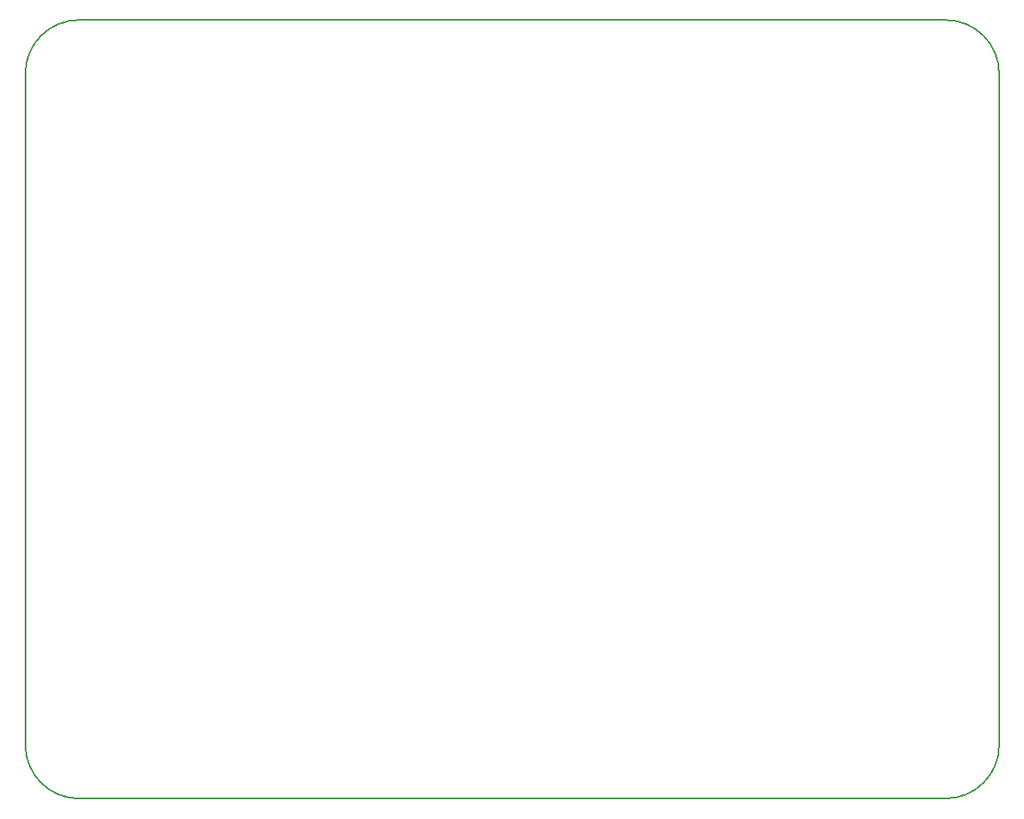
<source format=gbr>
%TF.GenerationSoftware,KiCad,Pcbnew,9.0.3*%
%TF.CreationDate,2025-12-16T11:33:00+01:00*%
%TF.ProjectId,PTP_Josip_Grgic_Project1,5054505f-4a6f-4736-9970-5f4772676963,rev?*%
%TF.SameCoordinates,Original*%
%TF.FileFunction,Profile,NP*%
%FSLAX46Y46*%
G04 Gerber Fmt 4.6, Leading zero omitted, Abs format (unit mm)*
G04 Created by KiCad (PCBNEW 9.0.3) date 2025-12-16 11:33:00*
%MOMM*%
%LPD*%
G01*
G04 APERTURE LIST*
%TA.AperFunction,Profile*%
%ADD10C,0.200000*%
%TD*%
G04 APERTURE END LIST*
D10*
X208500000Y-127250000D02*
X119500000Y-127250000D01*
X214000000Y-52750000D02*
X214000000Y-121750000D01*
X119500000Y-127250000D02*
G75*
G02*
X114000000Y-121750000I0J5500000D01*
G01*
X114000000Y-52750000D02*
G75*
G02*
X119500000Y-47250000I5500000J0D01*
G01*
X114000000Y-121750000D02*
X114000000Y-52750000D01*
X119500000Y-47250000D02*
X208500000Y-47250000D01*
X214000000Y-121750000D02*
G75*
G02*
X208500000Y-127250000I-5500000J0D01*
G01*
X208500000Y-47250000D02*
G75*
G02*
X214000000Y-52750000I0J-5500000D01*
G01*
M02*

</source>
